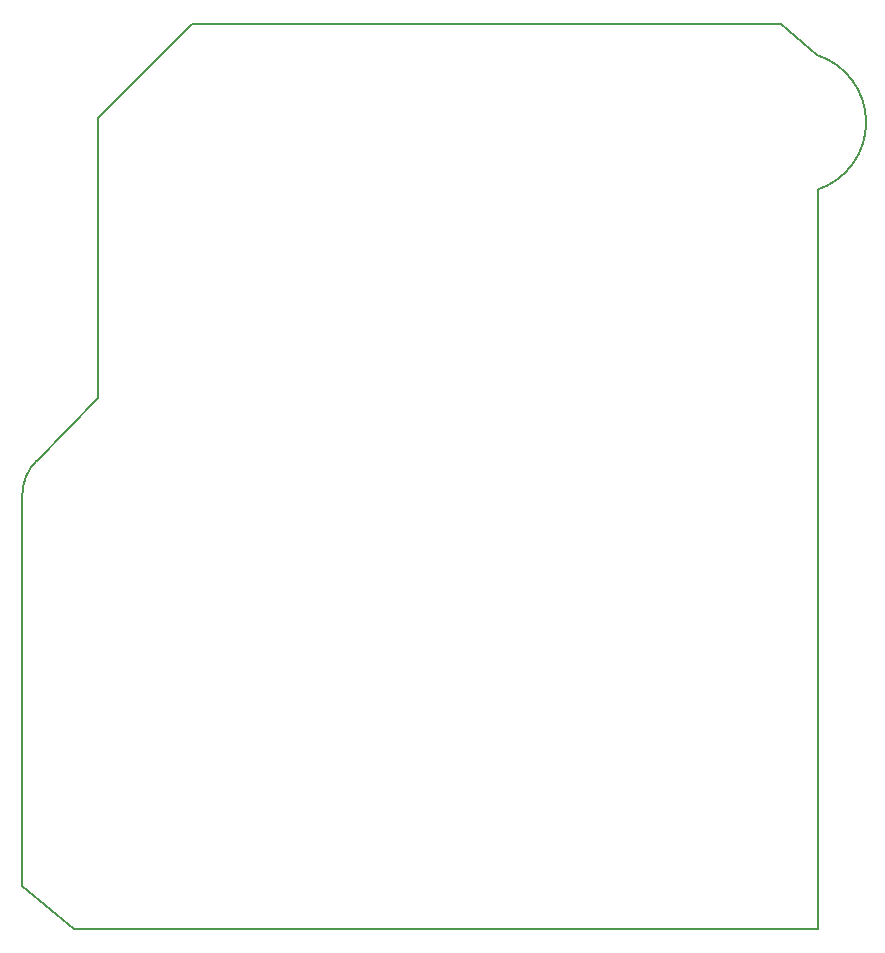
<source format=gbr>
G04 #@! TF.GenerationSoftware,KiCad,Pcbnew,8.0.8+1*
G04 #@! TF.ProjectId,airsoft_bomb_v2,61697273-6f66-4745-9f62-6f6d625f7632,rev?*
G04 #@! TF.SameCoordinates,Original*
G04 #@! TF.FileFunction,Paste,Top*
G04 #@! TF.FilePolarity,Positive*
%FSLAX46Y46*%
G04 Gerber Fmt 4.6, Leading zero omitted, Abs format (unit mm)*
%MOMM*%
%LPD*%
G01*
G04 APERTURE LIST*
G04 #@! TA.AperFunction,Profile*
%ADD10C,0.200000*%
G04 #@! TD*
G04 APERTURE END LIST*
D10*
X178890534Y-60866736D02*
X175878500Y-58216800D01*
X116027200Y-134823200D02*
X111607600Y-131216400D01*
X178890534Y-60866736D02*
G75*
G02*
X178943000Y-72262999I-1827134J-5706664D01*
G01*
X111607601Y-98145600D02*
G75*
G02*
X112827677Y-95200077I4165599J0D01*
G01*
X175878500Y-58216800D02*
X125984000Y-58216800D01*
X118059200Y-89916000D02*
X118061600Y-66240800D01*
X116027200Y-134823200D02*
X178943000Y-134874000D01*
X178943000Y-134874000D02*
X178943000Y-72263000D01*
X112827676Y-95200076D02*
X118059200Y-89916000D01*
X118061600Y-66240800D02*
X125984000Y-58216800D01*
X111607600Y-131216400D02*
X111607600Y-98145600D01*
M02*

</source>
